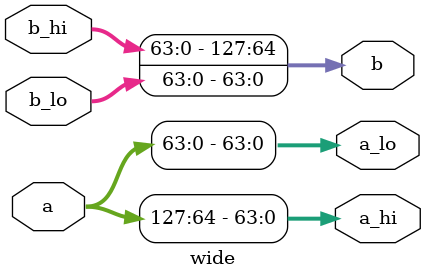
<source format=sv>
module wide(
  input logic[127:0] a,
  output logic[63:0] a_hi,
  output logic[63:0] a_lo,
  input logic[63:0] b_hi,
  input logic[63:0] b_lo,
  output logic[127:0] b
);

  always_comb begin
    a_hi = a[64 +: 64];
    a_lo = a[0 +: 64];

    b = {b_hi, b_lo};
  end

endmodule

</source>
